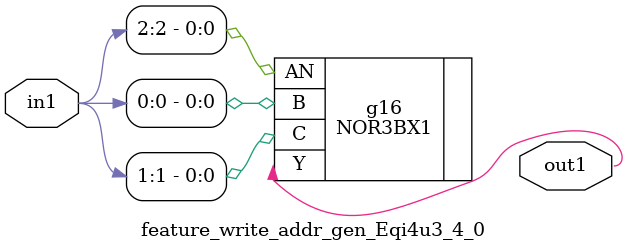
<source format=v>
`timescale 1ps / 1ps


module feature_write_addr_gen_Eqi4u3_4_0(in1, out1);
  input [2:0] in1;
  output out1;
  wire [2:0] in1;
  wire out1;
  NOR3BX1 g16(.AN (in1[2]), .B (in1[0]), .C (in1[1]), .Y (out1));
endmodule



</source>
